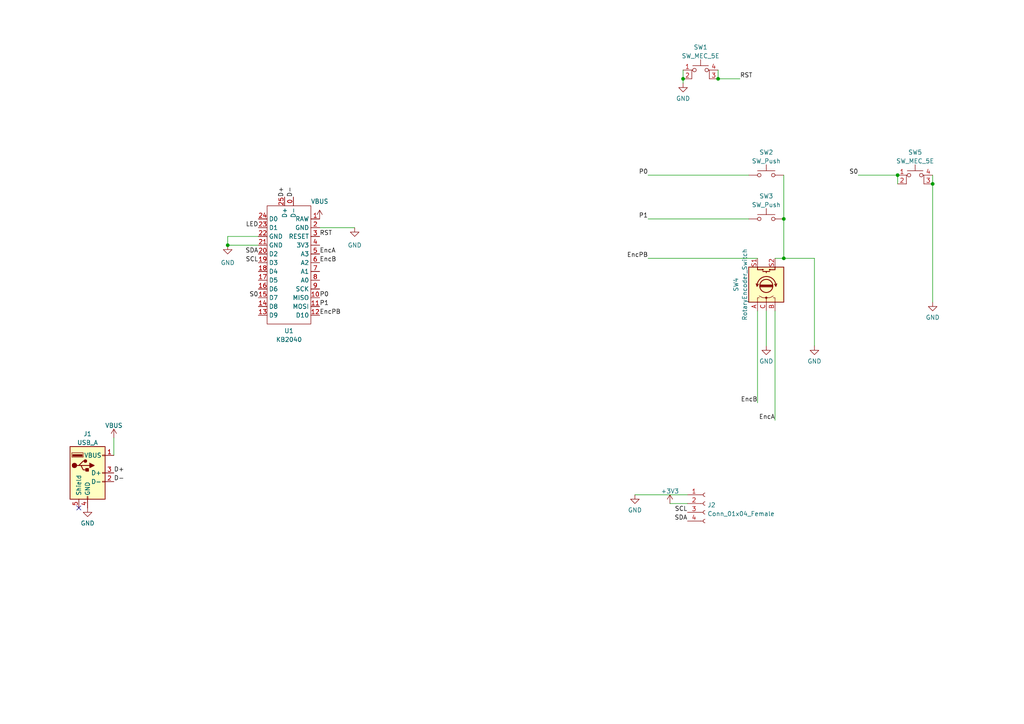
<source format=kicad_sch>
(kicad_sch (version 20211123) (generator eeschema)
  (paper "A4")
  (lib_symbols
    (symbol "Connector:Conn_01x04_Female" (pin_names (offset 1.016) hide)
      (property "Reference" "J" (at 0 5.08 0))
      (property "Value" "Conn_01x04_Female" (at 0 -7.62 0))
      (symbol "Conn_01x04_Female_1_1"
        (arc (start 0 -4.572) (mid -0.508 -5.08) (end 0 -5.588) (stroke (width 0.1524)))
        (arc (start 0 -2.032) (mid -0.508 -2.54) (end 0 -3.048) (stroke (width 0.1524)))
        (polyline (pts (xy -1.27 -5.08) (xy -0.508 -5.08)) (stroke (width 0.1524)))
        (polyline (pts (xy -1.27 -2.54) (xy -0.508 -2.54)) (stroke (width 0.1524)))
        (polyline (pts (xy -1.27 0) (xy -0.508 0)) (stroke (width 0.1524)))
        (polyline (pts (xy -1.27 2.54) (xy -0.508 2.54)) (stroke (width 0.1524)))
        (arc (start 0 0.508) (mid -0.508 0) (end 0 -0.508) (stroke (width 0.1524)))
        (arc (start 0 3.048) (mid -0.508 2.54) (end 0 2.032) (stroke (width 0.1524)))
        (pin passive line (at -5.08 2.54 0) (length 3.81) (name "Pin_1") (number "1"))
        (pin passive line (at -5.08 0 0) (length 3.81) (name "Pin_2") (number "2"))
        (pin passive line (at -5.08 -2.54 0) (length 3.81) (name "Pin_3") (number "3"))
        (pin passive line (at -5.08 -5.08 0) (length 3.81) (name "Pin_4") (number "4"))
      )
    )
    (symbol "Connector:USB_A" (pin_names (offset 1.016))
      (property "Reference" "J" (at -5.08 11.43 0))
      (property "Value" "USB_A" (at -5.08 8.89 0))
      (symbol "USB_A_0_1"
        (rectangle (start -5.08 -7.62) (end 5.08 7.62) (stroke (width 0.254)) (fill (type background)))
        (circle (center -3.81 2.159) (radius 0.635) (stroke (width 0.254)) (fill (type outline)))
        (rectangle (start -1.524 4.826) (end -4.318 5.334) (fill (type outline)))
        (rectangle (start -1.27 4.572) (end -4.572 5.842))
        (circle (center -0.635 3.429) (radius 0.381) (stroke (width 0.254)) (fill (type outline)))
        (rectangle (start -0.127 -7.62) (end 0.127 -6.858))
        (polyline (pts (xy -3.175 2.159) (xy -2.54 2.159) (xy -1.27 3.429) (xy -0.635 3.429)) (stroke (width 0.254)))
        (polyline (pts (xy -2.54 2.159) (xy -1.905 2.159) (xy -1.27 0.889) (xy 0 0.889)) (stroke (width 0.254)))
        (polyline (pts (xy 0.635 2.794) (xy 0.635 1.524) (xy 1.905 2.159) (xy 0.635 2.794)) (stroke (width 0.254)) (fill (type outline)))
        (rectangle (start 0.254 1.27) (end -0.508 0.508) (stroke (width 0.254)) (fill (type outline)))
        (rectangle (start 5.08 -2.667) (end 4.318 -2.413))
        (rectangle (start 5.08 -0.127) (end 4.318 0.127))
        (rectangle (start 5.08 4.953) (end 4.318 5.207))
      )
      (symbol "USB_A_1_1"
        (polyline (pts (xy -1.905 2.159) (xy 0.635 2.159)) (stroke (width 0.254)))
        (pin power_in line (at 7.62 5.08 180) (length 2.54) (name "VBUS") (number "1"))
        (pin bidirectional line (at 7.62 -2.54 180) (length 2.54) (name "D-") (number "2"))
        (pin bidirectional line (at 7.62 0 180) (length 2.54) (name "D+") (number "3"))
        (pin power_in line (at 0 -10.16 90) (length 2.54) (name "GND") (number "4"))
        (pin passive line (at -2.54 -10.16 90) (length 2.54) (name "Shield") (number "5"))
      )
    )
    (symbol "Device:RotaryEncoder_Switch" (pin_names (offset 0.254) hide)
      (property "Reference" "SW" (at 0 6.604 0))
      (property "Value" "RotaryEncoder_Switch" (at 0 -6.604 0))
      (symbol "RotaryEncoder_Switch_0_1"
        (rectangle (start -5.08 5.08) (end 5.08 -5.08) (stroke (width 0.254)) (fill (type background)))
        (circle (center -3.81 0) (radius 0.254) (fill (type outline)))
        (arc (start -0.381 -2.794) (mid 2.3622 -0.0508) (end -0.381 2.667) (stroke (width 0.254)))
        (circle (center -0.381 0) (radius 1.905) (stroke (width 0.254)))
        (polyline (pts (xy -0.635 -1.778) (xy -0.635 1.778)) (stroke (width 0.254)))
        (polyline (pts (xy -0.381 -1.778) (xy -0.381 1.778)) (stroke (width 0.254)))
        (polyline (pts (xy -0.127 1.778) (xy -0.127 -1.778)) (stroke (width 0.254)))
        (polyline (pts (xy 3.81 0) (xy 3.429 0)) (stroke (width 0.254)))
        (polyline (pts (xy 3.81 1.016) (xy 3.81 -1.016)) (stroke (width 0.254)))
        (polyline (pts (xy -5.08 -2.54) (xy -3.81 -2.54) (xy -3.81 -2.032)))
        (polyline (pts (xy -5.08 2.54) (xy -3.81 2.54) (xy -3.81 2.032)))
        (polyline (pts (xy 0.254 -3.048) (xy -0.508 -2.794) (xy 0.127 -2.413)) (stroke (width 0.254)))
        (polyline (pts (xy 0.254 2.921) (xy -0.508 2.667) (xy 0.127 2.286)) (stroke (width 0.254)))
        (polyline (pts (xy 5.08 -2.54) (xy 4.318 -2.54) (xy 4.318 -1.016)) (stroke (width 0.254)))
        (polyline (pts (xy 5.08 2.54) (xy 4.318 2.54) (xy 4.318 1.016)) (stroke (width 0.254)))
        (polyline (pts (xy -5.08 0) (xy -3.81 0) (xy -3.81 -1.016) (xy -3.302 -2.032)))
        (polyline (pts (xy -4.318 0) (xy -3.81 0) (xy -3.81 1.016) (xy -3.302 2.032)))
        (circle (center 4.318 -1.016) (radius 0.127) (stroke (width 0.254)))
        (circle (center 4.318 1.016) (radius 0.127) (stroke (width 0.254)))
      )
      (symbol "RotaryEncoder_Switch_1_1"
        (pin passive line (at -7.62 2.54 0) (length 2.54) (name "A") (number "A"))
        (pin passive line (at -7.62 -2.54 0) (length 2.54) (name "B") (number "B"))
        (pin passive line (at -7.62 0 0) (length 2.54) (name "C") (number "C"))
        (pin passive line (at 7.62 2.54 180) (length 2.54) (name "S1") (number "S1"))
        (pin passive line (at 7.62 -2.54 180) (length 2.54) (name "S2") (number "S2"))
      )
    )
    (symbol "GND_1" (power) (pin_names (offset 0))
      (property "Value" "GND_1" (at 0 -3.81 0))
      (symbol "GND_1_0_1"
        (polyline (pts (xy 0 0) (xy 0 -1.27) (xy 1.27 -1.27) (xy 0 -2.54) (xy -1.27 -1.27) (xy 0 -1.27)))
      )
      (symbol "GND_1_1_1"
        (pin power_in line (at 0 0 270) (length 0) hide (name "GND") (number "1"))
      )
    )
    (symbol "GND_2" (power) (pin_names (offset 0))
      (property "Value" "GND_2" (at 0 -3.81 0))
      (symbol "GND_2_0_1"
        (polyline (pts (xy 0 0) (xy 0 -1.27) (xy 1.27 -1.27) (xy 0 -2.54) (xy -1.27 -1.27) (xy 0 -1.27)))
      )
      (symbol "GND_2_1_1"
        (pin power_in line (at 0 0 270) (length 0) hide (name "GND") (number "1"))
      )
    )
    (symbol "MCU_keyboard:KB2040"
      (property "Reference" "U" (at 0 5.08 0))
      (property "Value" "KB2040" (at 0 7.62 0))
      (symbol "KB2040_0_1"
        (rectangle (start -6.35 -5.08) (end 6.35 -39.37) (stroke (width 0.1524)))
      )
      (symbol "KB2040_1_1"
        (pin input line (at 1.27 -2.54 270) (length 2.54) (name "D-") (number "0"))
        (pin input line (at 8.89 -8.89 180) (length 2.54) (name "RAW") (number "1"))
        (pin input line (at 8.89 -31.75 180) (length 2.54) (name "MISO") (number "10"))
        (pin input line (at 8.89 -34.29 180) (length 2.54) (name "MOSI") (number "11"))
        (pin input line (at 8.89 -36.83 180) (length 2.54) (name "D10") (number "12"))
        (pin input line (at -8.89 -36.83 0) (length 2.54) (name "D9") (number "13"))
        (pin input line (at -8.89 -34.29 0) (length 2.54) (name "D8") (number "14"))
        (pin input line (at -8.89 -31.75 0) (length 2.54) (name "D7") (number "15"))
        (pin input line (at -8.89 -29.21 0) (length 2.54) (name "D6") (number "16"))
        (pin input line (at -8.89 -26.67 0) (length 2.54) (name "D5") (number "17"))
        (pin input line (at -8.89 -24.13 0) (length 2.54) (name "D4") (number "18"))
        (pin input line (at -8.89 -21.59 0) (length 2.54) (name "D3") (number "19"))
        (pin power_in line (at 8.89 -11.43 180) (length 2.54) (name "GND") (number "2"))
        (pin input line (at -8.89 -19.05 0) (length 2.54) (name "D2") (number "20"))
        (pin power_in line (at -8.89 -16.51 0) (length 2.54) (name "GND") (number "21"))
        (pin power_in line (at -8.89 -13.97 0) (length 2.54) (name "GND") (number "22"))
        (pin input line (at -8.89 -11.43 0) (length 2.54) (name "D1") (number "23"))
        (pin input line (at -8.89 -8.89 0) (length 2.54) (name "D0") (number "24"))
        (pin input line (at -1.27 -2.54 270) (length 2.54) (name "D+") (number "25"))
        (pin input line (at 8.89 -13.97 180) (length 2.54) (name "RESET") (number "3"))
        (pin input line (at 8.89 -16.51 180) (length 2.54) (name "3V3") (number "4"))
        (pin input line (at 8.89 -19.05 180) (length 2.54) (name "A3") (number "5"))
        (pin input line (at 8.89 -21.59 180) (length 2.54) (name "A2") (number "6"))
        (pin input line (at 8.89 -24.13 180) (length 2.54) (name "A1") (number "7"))
        (pin input line (at 8.89 -26.67 180) (length 2.54) (name "A0") (number "8"))
        (pin input line (at 8.89 -29.21 180) (length 2.54) (name "SCK") (number "9"))
      )
    )
    (symbol "Switch:SW_MEC_5E" (pin_names (offset 1.016) hide)
      (property "Reference" "SW" (at 0.635 5.715 0))
      (property "Value" "SW_MEC_5E" (at 0 -3.175 0))
      (symbol "SW_MEC_5E_0_1"
        (circle (center -1.778 2.54) (radius 0.508))
        (polyline (pts (xy -2.286 3.81) (xy 2.286 3.81)))
        (polyline (pts (xy 0 3.81) (xy 0 5.588)))
        (polyline (pts (xy -2.54 0) (xy -2.54 2.54) (xy -2.286 2.54)))
        (polyline (pts (xy 2.54 0) (xy 2.54 2.54) (xy 2.286 2.54)))
        (circle (center 1.778 2.54) (radius 0.508))
        (pin passive line (at -5.08 2.54 0) (length 2.54) (name "1") (number "1"))
        (pin passive line (at -5.08 0 0) (length 2.54) (name "2") (number "2"))
        (pin passive line (at 5.08 0 180) (length 2.54) (name "K") (number "3"))
        (pin passive line (at 5.08 2.54 180) (length 2.54) (name "A") (number "4"))
      )
    )
    (symbol "Switch:SW_Push" (pin_numbers hide) (pin_names (offset 1.016) hide)
      (property "Reference" "SW" (at 1.27 2.54 0))
      (property "Value" "SW_Push" (at 0 -1.524 0))
      (symbol "SW_Push_0_1"
        (circle (center -2.032 0) (radius 0.508))
        (polyline (pts (xy 0 1.27) (xy 0 3.048)))
        (polyline (pts (xy 2.54 1.27) (xy -2.54 1.27)))
        (circle (center 2.032 0) (radius 0.508))
        (pin passive line (at -5.08 0 0) (length 2.54) (name "1") (number "1"))
        (pin passive line (at 5.08 0 180) (length 2.54) (name "2") (number "2"))
      )
    )
    (symbol "VBUS_1" (power) (pin_names (offset 0))
      (property "Value" "VBUS_1" (at 0 3.81 0))
      (symbol "VBUS_1_0_1"
        (polyline (pts (xy -0.762 1.27) (xy 0 2.54)))
        (polyline (pts (xy 0 0) (xy 0 2.54)))
        (polyline (pts (xy 0 2.54) (xy 0.762 1.27)))
      )
      (symbol "VBUS_1_1_1"
        (pin power_in line (at 0 0 90) (length 0) hide (name "VBUS") (number "1"))
      )
    )
    (symbol "power:+3V3" (power) (pin_names (offset 0))
      (property "Value" "+3V3" (at 0 3.556 0))
      (symbol "+3V3_0_1"
        (polyline (pts (xy -0.762 1.27) (xy 0 2.54)))
        (polyline (pts (xy 0 0) (xy 0 2.54)))
        (polyline (pts (xy 0 2.54) (xy 0.762 1.27)))
      )
      (symbol "+3V3_1_1"
        (pin power_in line (at 0 0 90) (length 0) hide (name "+3V3") (number "1"))
      )
    )
    (symbol "power:GND" (power) (pin_names (offset 0))
      (property "Value" "GND" (at 0 -3.81 0))
      (symbol "GND_0_1"
        (polyline (pts (xy 0 0) (xy 0 -1.27) (xy 1.27 -1.27) (xy 0 -2.54) (xy -1.27 -1.27) (xy 0 -1.27)))
      )
      (symbol "GND_1_1"
        (pin power_in line (at 0 0 270) (length 0) hide (name "GND") (number "1"))
      )
    )
    (symbol "power:VBUS" (power) (pin_names (offset 0))
      (property "Value" "VBUS" (at 0 3.81 0))
      (symbol "VBUS_0_1"
        (polyline (pts (xy -0.762 1.27) (xy 0 2.54)))
        (polyline (pts (xy 0 0) (xy 0 2.54)))
        (polyline (pts (xy 0 2.54) (xy 0.762 1.27)))
      )
      (symbol "VBUS_1_1"
        (pin power_in line (at 0 0 90) (length 0) hide (name "VBUS") (number "1"))
      )
    )
  )
  (junction (at 208.28 22.86))
  (junction (at 198.12 22.86))
  (junction (at 227.33 63.5))
  (junction (at 66.04 71.12))
  (junction (at 270.51 53.34))
  (junction (at 227.33 74.93))
  (junction (at 260.35 50.8))
  (no_connect (at 22.86 147.32))
  (wire (pts (xy 224.79 90.17) (xy 224.79 121.92)))
  (wire (pts (xy 270.51 53.34) (xy 270.51 87.63)))
  (wire (pts (xy 33.02 127) (xy 33.02 132.08)))
  (wire (pts (xy 222.25 90.17) (xy 222.25 100.33)))
  (wire (pts (xy 260.35 50.8) (xy 260.35 53.34)))
  (wire (pts (xy 198.12 24.13) (xy 198.12 22.86)))
  (wire (pts (xy 66.04 71.12) (xy 74.93 71.12)))
  (wire (pts (xy 66.04 68.58) (xy 66.04 71.12)))
  (wire (pts (xy 236.22 74.93) (xy 227.33 74.93)))
  (wire (pts (xy 187.96 63.5) (xy 217.17 63.5)))
  (wire (pts (xy 74.93 68.58) (xy 66.04 68.58)))
  (wire (pts (xy 92.71 66.04) (xy 102.87 66.04)))
  (wire (pts (xy 227.33 63.5) (xy 227.33 74.93)))
  (wire (pts (xy 194.31 146.05) (xy 199.39 146.05)))
  (wire (pts (xy 208.28 20.32) (xy 208.28 22.86)))
  (wire (pts (xy 248.92 50.8) (xy 260.35 50.8)))
  (wire (pts (xy 184.15 143.51) (xy 199.39 143.51)))
  (wire (pts (xy 227.33 50.8) (xy 227.33 63.5)))
  (wire (pts (xy 214.63 22.86) (xy 208.28 22.86)))
  (wire (pts (xy 224.79 74.93) (xy 227.33 74.93)))
  (wire (pts (xy 270.51 50.8) (xy 270.51 53.34)))
  (wire (pts (xy 187.96 50.8) (xy 217.17 50.8)))
  (wire (pts (xy 236.22 100.33) (xy 236.22 74.93)))
  (wire (pts (xy 187.96 74.93) (xy 219.71 74.93)))
  (wire (pts (xy 219.71 90.17) (xy 219.71 116.84)))
  (wire (pts (xy 198.12 20.32) (xy 198.12 22.86)))
  (label "D-" (at 33.02 139.7 0))
  (label "D-" (at 85.09 57.15 90))
  (label "EncPB" (at 92.71 91.44 0))
  (label "EncA" (at 224.79 121.92 180))
  (label "SCL" (at 199.39 148.59 180))
  (label "EncB" (at 92.71 76.2 0))
  (label "SDA" (at 199.39 151.13 180))
  (label "D+" (at 82.55 57.15 90))
  (label "S0" (at 74.93 86.36 180))
  (label "RST" (at 92.71 68.58 0))
  (label "SDA" (at 74.93 73.66 180))
  (label "SCL" (at 74.93 76.2 180))
  (label "EncB" (at 219.71 116.84 180))
  (label "EncPB" (at 187.96 74.93 180))
  (label "RST" (at 214.63 22.86 0))
  (label "P0" (at 92.71 86.36 0))
  (label "P0" (at 187.96 50.8 180))
  (label "LED" (at 74.93 66.04 180))
  (label "D+" (at 33.02 137.16 0))
  (label "S0" (at 248.92 50.8 180))
  (label "EncA" (at 92.71 73.66 0))
  (label "P1" (at 92.71 88.9 0))
  (label "P1" (at 187.96 63.5 180))
  (symbol (lib_id "power:GND") (at 184.15 143.51 0) (unit 1)
    (property "Reference" "#PWR07" (effects hide))
    (property "Value" "GND" (at 184.15 147.9534 0))
  )
  (symbol (lib_name "GND_1") (lib_id "power:GND") (at 66.04 71.12 0) (unit 1)
    (property "Reference" "#PWR0102" (effects hide))
    (property "Value" "GND" (at 66.04 76.2 0))
  )
  (symbol (lib_id "power:GND") (at 198.12 24.13 0) (unit 1)
    (property "Reference" "#PWR09" (effects hide))
    (property "Value" "GND" (at 198.12 28.5734 0))
  )
  (symbol (lib_id "Switch:SW_Push") (at 222.25 50.8 0) (unit 1)
    (property "Reference" "SW2" (at 222.25 44.1792 0))
    (property "Value" "SW_Push" (at 222.25 46.7161 0))
    (property "Footprint" "Button_Switch_Keyboard:SW_Cherry_MX_1.00u_PCB" (effects hide))
  )
  (symbol (lib_id "Connector:Conn_01x04_Female") (at 204.47 146.05 0) (unit 1)
    (property "Reference" "J2" (at 205.1812 146.4853 0) (effects (justify left)))
    (property "Value" "Conn_01x04_Female" (at 205.1812 149.0222 0) (effects (justify left)))
    (property "Footprint" "Connector_PinSocket_2.54mm:PinSocket_1x04_P2.54mm_Vertical" (effects hide))
  )
  (symbol (lib_id "Switch:SW_MEC_5E") (at 265.43 53.34 0) (unit 1)
    (property "Reference" "SW5" (at 265.43 44.1792 0))
    (property "Value" "SW_MEC_5E" (at 265.43 46.7161 0))
    (property "Footprint" "QMK:THAU13-AB-R" (effects hide))
    (property "Datasheet" "http://www.apem.com/int/index.php?controller=attachment&id_attachment=1371" (effects hide))
  )
  (symbol (lib_id "power:VBUS") (at 33.02 127 0) (unit 1)
    (property "Reference" "#PWR02" (effects hide))
    (property "Value" "VBUS" (at 33.02 123.4242 0))
  )
  (symbol (lib_id "power:GND") (at 222.25 100.33 0) (unit 1)
    (property "Reference" "#PWR010" (effects hide))
    (property "Value" "GND" (at 222.25 104.7734 0))
  )
  (symbol (lib_id "power:+3V3") (at 194.31 146.05 0) (unit 1)
    (property "Reference" "#PWR0101" (effects hide))
    (property "Value" "+3V3" (at 194.31 142.4742 0))
  )
  (symbol (lib_id "power:GND") (at 270.51 87.63 0) (unit 1)
    (property "Reference" "#PWR012" (effects hide))
    (property "Value" "GND" (at 270.51 92.0734 0))
  )
  (symbol (lib_name "VBUS_1") (lib_id "power:VBUS") (at 92.71 63.5 0) (unit 1)
    (property "Reference" "#PWR0103" (effects hide))
    (property "Value" "VBUS" (at 92.71 58.42 0))
  )
  (symbol (lib_id "power:GND") (at 25.4 147.32 0) (unit 1)
    (property "Reference" "#PWR01" (effects hide))
    (property "Value" "GND" (at 25.4 151.7634 0))
  )
  (symbol (lib_id "Switch:SW_Push") (at 222.25 63.5 0) (unit 1)
    (property "Reference" "SW3" (at 222.25 56.8792 0))
    (property "Value" "SW_Push" (at 222.25 59.4161 0))
    (property "Footprint" "Button_Switch_Keyboard:SW_Cherry_MX_1.00u_PCB" (effects hide))
  )
  (symbol (lib_id "Device:RotaryEncoder_Switch") (at 222.25 82.55 90) (unit 1)
    (property "Reference" "SW4" (at 213.4702 82.55 0))
    (property "Value" "RotaryEncoder_Switch" (at 216.0071 82.55 0))
    (property "Footprint" "Rotary_Encoder:RotaryEncoder_Alps_EC12E-Switch_Vertical_H20mm_CircularMountingHoles" (effects hide))
  )
  (symbol (lib_id "Switch:SW_MEC_5E") (at 203.2 22.86 0) (unit 1)
    (property "Reference" "SW1" (at 203.2 13.6992 0))
    (property "Value" "SW_MEC_5E" (at 203.2 16.2361 0))
    (property "Footprint" "QMK:THAU13-AB-R" (effects hide))
    (property "Datasheet" "http://www.apem.com/int/index.php?controller=attachment&id_attachment=1371" (effects hide))
  )
  (symbol (lib_id "Connector:USB_A") (at 25.4 137.16 0) (unit 1)
    (property "Reference" "J1" (at 25.4 125.8402 0))
    (property "Value" "USB_A" (at 25.4 128.3771 0))
    (property "Footprint" "Akizuki:USB-4AM103" (effects hide))
    (property "Datasheet" " ~" (effects hide))
  )
  (symbol (lib_id "MCU_keyboard:KB2040") (at 83.82 54.61 0) (unit 1)
    (property "Reference" "U1" (at 83.82 95.9596 0))
    (property "Value" "KB2040" (at 83.82 98.4965 0))
    (property "Footprint" "QMK:KB2040" (effects hide))
  )
  (symbol (lib_name "GND_2") (lib_id "power:GND") (at 102.87 66.04 0) (unit 1)
    (property "Reference" "#PWR0104" (effects hide))
    (property "Value" "GND" (at 102.87 71.12 0))
  )
  (symbol (lib_id "power:GND") (at 236.22 100.33 0) (unit 1)
    (property "Reference" "#PWR011" (effects hide))
    (property "Value" "GND" (at 236.22 104.7734 0))
  )
)
</source>
